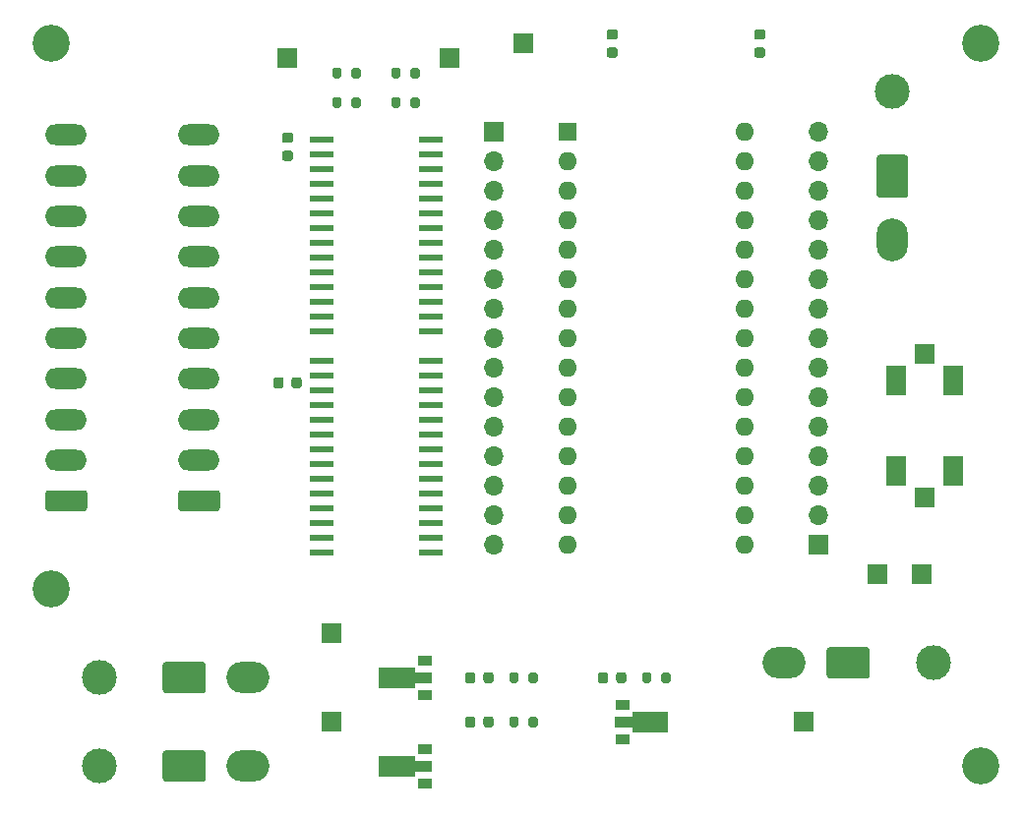
<source format=gts>
G04 #@! TF.GenerationSoftware,KiCad,Pcbnew,(5.1.10)-1*
G04 #@! TF.CreationDate,2021-12-04T11:06:55-08:00*
G04 #@! TF.ProjectId,fuelCellControl,6675656c-4365-46c6-9c43-6f6e74726f6c,rev?*
G04 #@! TF.SameCoordinates,Original*
G04 #@! TF.FileFunction,Soldermask,Top*
G04 #@! TF.FilePolarity,Negative*
%FSLAX46Y46*%
G04 Gerber Fmt 4.6, Leading zero omitted, Abs format (unit mm)*
G04 Created by KiCad (PCBNEW (5.1.10)-1) date 2021-12-04 11:06:55*
%MOMM*%
%LPD*%
G01*
G04 APERTURE LIST*
%ADD10O,1.600000X1.600000*%
%ADD11R,1.600000X1.600000*%
%ADD12C,0.100000*%
%ADD13R,1.300000X0.900000*%
%ADD14R,1.700000X1.700000*%
%ADD15C,3.200000*%
%ADD16R,2.000000X0.600000*%
%ADD17O,3.600000X1.800000*%
%ADD18C,3.000000*%
%ADD19O,3.700000X2.700000*%
%ADD20O,1.700000X1.700000*%
%ADD21O,2.700000X3.700000*%
%ADD22R,1.700000X2.660000*%
G04 APERTURE END LIST*
D10*
X130810000Y-109220000D03*
X115570000Y-109220000D03*
X130810000Y-73660000D03*
X115570000Y-106680000D03*
X130810000Y-76200000D03*
X115570000Y-104140000D03*
X130810000Y-78740000D03*
X115570000Y-101600000D03*
X130810000Y-81280000D03*
X115570000Y-99060000D03*
X130810000Y-83820000D03*
X115570000Y-96520000D03*
X130810000Y-86360000D03*
X115570000Y-93980000D03*
X130810000Y-88900000D03*
X115570000Y-91440000D03*
X130810000Y-91440000D03*
X115570000Y-88900000D03*
X130810000Y-93980000D03*
X115570000Y-86360000D03*
X130810000Y-96520000D03*
X115570000Y-83820000D03*
X130810000Y-99060000D03*
X115570000Y-81280000D03*
X130810000Y-101600000D03*
X115570000Y-78740000D03*
X130810000Y-104140000D03*
X115570000Y-76200000D03*
X130810000Y-106680000D03*
D11*
X115570000Y-73660000D03*
D12*
G36*
X124220000Y-125326500D02*
G01*
X121095000Y-125326500D01*
X121095000Y-124910000D01*
X119620000Y-124910000D01*
X119620000Y-124010000D01*
X121095000Y-124010000D01*
X121095000Y-123593500D01*
X124220000Y-123593500D01*
X124220000Y-125326500D01*
G37*
D13*
X120270000Y-125960000D03*
X120270000Y-122960000D03*
D12*
G36*
X99300000Y-127403500D02*
G01*
X102425000Y-127403500D01*
X102425000Y-127820000D01*
X103900000Y-127820000D01*
X103900000Y-128720000D01*
X102425000Y-128720000D01*
X102425000Y-129136500D01*
X99300000Y-129136500D01*
X99300000Y-127403500D01*
G37*
D13*
X103250000Y-126770000D03*
X103250000Y-129770000D03*
D12*
G36*
X99300000Y-119783500D02*
G01*
X102425000Y-119783500D01*
X102425000Y-120200000D01*
X103900000Y-120200000D01*
X103900000Y-121100000D01*
X102425000Y-121100000D01*
X102425000Y-121516500D01*
X99300000Y-121516500D01*
X99300000Y-119783500D01*
G37*
D13*
X103250000Y-119150000D03*
X103250000Y-122150000D03*
G36*
G01*
X123615000Y-120925000D02*
X123615000Y-120375000D01*
G75*
G02*
X123815000Y-120175000I200000J0D01*
G01*
X124215000Y-120175000D01*
G75*
G02*
X124415000Y-120375000I0J-200000D01*
G01*
X124415000Y-120925000D01*
G75*
G02*
X124215000Y-121125000I-200000J0D01*
G01*
X123815000Y-121125000D01*
G75*
G02*
X123615000Y-120925000I0J200000D01*
G01*
G37*
G36*
G01*
X121965000Y-120925000D02*
X121965000Y-120375000D01*
G75*
G02*
X122165000Y-120175000I200000J0D01*
G01*
X122565000Y-120175000D01*
G75*
G02*
X122765000Y-120375000I0J-200000D01*
G01*
X122765000Y-120925000D01*
G75*
G02*
X122565000Y-121125000I-200000J0D01*
G01*
X122165000Y-121125000D01*
G75*
G02*
X121965000Y-120925000I0J200000D01*
G01*
G37*
G36*
G01*
X112185000Y-124735000D02*
X112185000Y-124185000D01*
G75*
G02*
X112385000Y-123985000I200000J0D01*
G01*
X112785000Y-123985000D01*
G75*
G02*
X112985000Y-124185000I0J-200000D01*
G01*
X112985000Y-124735000D01*
G75*
G02*
X112785000Y-124935000I-200000J0D01*
G01*
X112385000Y-124935000D01*
G75*
G02*
X112185000Y-124735000I0J200000D01*
G01*
G37*
G36*
G01*
X110535000Y-124735000D02*
X110535000Y-124185000D01*
G75*
G02*
X110735000Y-123985000I200000J0D01*
G01*
X111135000Y-123985000D01*
G75*
G02*
X111335000Y-124185000I0J-200000D01*
G01*
X111335000Y-124735000D01*
G75*
G02*
X111135000Y-124935000I-200000J0D01*
G01*
X110735000Y-124935000D01*
G75*
G02*
X110535000Y-124735000I0J200000D01*
G01*
G37*
G36*
G01*
X112185000Y-120925000D02*
X112185000Y-120375000D01*
G75*
G02*
X112385000Y-120175000I200000J0D01*
G01*
X112785000Y-120175000D01*
G75*
G02*
X112985000Y-120375000I0J-200000D01*
G01*
X112985000Y-120925000D01*
G75*
G02*
X112785000Y-121125000I-200000J0D01*
G01*
X112385000Y-121125000D01*
G75*
G02*
X112185000Y-120925000I0J200000D01*
G01*
G37*
G36*
G01*
X110535000Y-120925000D02*
X110535000Y-120375000D01*
G75*
G02*
X110735000Y-120175000I200000J0D01*
G01*
X111135000Y-120175000D01*
G75*
G02*
X111335000Y-120375000I0J-200000D01*
G01*
X111335000Y-120925000D01*
G75*
G02*
X111135000Y-121125000I-200000J0D01*
G01*
X110735000Y-121125000D01*
G75*
G02*
X110535000Y-120925000I0J200000D01*
G01*
G37*
G36*
G01*
X119730000Y-120906250D02*
X119730000Y-120393750D01*
G75*
G02*
X119948750Y-120175000I218750J0D01*
G01*
X120386250Y-120175000D01*
G75*
G02*
X120605000Y-120393750I0J-218750D01*
G01*
X120605000Y-120906250D01*
G75*
G02*
X120386250Y-121125000I-218750J0D01*
G01*
X119948750Y-121125000D01*
G75*
G02*
X119730000Y-120906250I0J218750D01*
G01*
G37*
G36*
G01*
X118155000Y-120906250D02*
X118155000Y-120393750D01*
G75*
G02*
X118373750Y-120175000I218750J0D01*
G01*
X118811250Y-120175000D01*
G75*
G02*
X119030000Y-120393750I0J-218750D01*
G01*
X119030000Y-120906250D01*
G75*
G02*
X118811250Y-121125000I-218750J0D01*
G01*
X118373750Y-121125000D01*
G75*
G02*
X118155000Y-120906250I0J218750D01*
G01*
G37*
G36*
G01*
X108300000Y-124716250D02*
X108300000Y-124203750D01*
G75*
G02*
X108518750Y-123985000I218750J0D01*
G01*
X108956250Y-123985000D01*
G75*
G02*
X109175000Y-124203750I0J-218750D01*
G01*
X109175000Y-124716250D01*
G75*
G02*
X108956250Y-124935000I-218750J0D01*
G01*
X108518750Y-124935000D01*
G75*
G02*
X108300000Y-124716250I0J218750D01*
G01*
G37*
G36*
G01*
X106725000Y-124716250D02*
X106725000Y-124203750D01*
G75*
G02*
X106943750Y-123985000I218750J0D01*
G01*
X107381250Y-123985000D01*
G75*
G02*
X107600000Y-124203750I0J-218750D01*
G01*
X107600000Y-124716250D01*
G75*
G02*
X107381250Y-124935000I-218750J0D01*
G01*
X106943750Y-124935000D01*
G75*
G02*
X106725000Y-124716250I0J218750D01*
G01*
G37*
G36*
G01*
X108300000Y-120906250D02*
X108300000Y-120393750D01*
G75*
G02*
X108518750Y-120175000I218750J0D01*
G01*
X108956250Y-120175000D01*
G75*
G02*
X109175000Y-120393750I0J-218750D01*
G01*
X109175000Y-120906250D01*
G75*
G02*
X108956250Y-121125000I-218750J0D01*
G01*
X108518750Y-121125000D01*
G75*
G02*
X108300000Y-120906250I0J218750D01*
G01*
G37*
G36*
G01*
X106725000Y-120906250D02*
X106725000Y-120393750D01*
G75*
G02*
X106943750Y-120175000I218750J0D01*
G01*
X107381250Y-120175000D01*
G75*
G02*
X107600000Y-120393750I0J-218750D01*
G01*
X107600000Y-120906250D01*
G75*
G02*
X107381250Y-121125000I-218750J0D01*
G01*
X106943750Y-121125000D01*
G75*
G02*
X106725000Y-120906250I0J218750D01*
G01*
G37*
D14*
X105410000Y-67310000D03*
G36*
G01*
X102025000Y-68855000D02*
X102025000Y-68305000D01*
G75*
G02*
X102225000Y-68105000I200000J0D01*
G01*
X102625000Y-68105000D01*
G75*
G02*
X102825000Y-68305000I0J-200000D01*
G01*
X102825000Y-68855000D01*
G75*
G02*
X102625000Y-69055000I-200000J0D01*
G01*
X102225000Y-69055000D01*
G75*
G02*
X102025000Y-68855000I0J200000D01*
G01*
G37*
G36*
G01*
X100375000Y-68855000D02*
X100375000Y-68305000D01*
G75*
G02*
X100575000Y-68105000I200000J0D01*
G01*
X100975000Y-68105000D01*
G75*
G02*
X101175000Y-68305000I0J-200000D01*
G01*
X101175000Y-68855000D01*
G75*
G02*
X100975000Y-69055000I-200000J0D01*
G01*
X100575000Y-69055000D01*
G75*
G02*
X100375000Y-68855000I0J200000D01*
G01*
G37*
G36*
G01*
X101175000Y-70845000D02*
X101175000Y-71395000D01*
G75*
G02*
X100975000Y-71595000I-200000J0D01*
G01*
X100575000Y-71595000D01*
G75*
G02*
X100375000Y-71395000I0J200000D01*
G01*
X100375000Y-70845000D01*
G75*
G02*
X100575000Y-70645000I200000J0D01*
G01*
X100975000Y-70645000D01*
G75*
G02*
X101175000Y-70845000I0J-200000D01*
G01*
G37*
G36*
G01*
X102825000Y-70845000D02*
X102825000Y-71395000D01*
G75*
G02*
X102625000Y-71595000I-200000J0D01*
G01*
X102225000Y-71595000D01*
G75*
G02*
X102025000Y-71395000I0J200000D01*
G01*
X102025000Y-70845000D01*
G75*
G02*
X102225000Y-70645000I200000J0D01*
G01*
X102625000Y-70645000D01*
G75*
G02*
X102825000Y-70845000I0J-200000D01*
G01*
G37*
G36*
G01*
X96945000Y-68855000D02*
X96945000Y-68305000D01*
G75*
G02*
X97145000Y-68105000I200000J0D01*
G01*
X97545000Y-68105000D01*
G75*
G02*
X97745000Y-68305000I0J-200000D01*
G01*
X97745000Y-68855000D01*
G75*
G02*
X97545000Y-69055000I-200000J0D01*
G01*
X97145000Y-69055000D01*
G75*
G02*
X96945000Y-68855000I0J200000D01*
G01*
G37*
G36*
G01*
X95295000Y-68855000D02*
X95295000Y-68305000D01*
G75*
G02*
X95495000Y-68105000I200000J0D01*
G01*
X95895000Y-68105000D01*
G75*
G02*
X96095000Y-68305000I0J-200000D01*
G01*
X96095000Y-68855000D01*
G75*
G02*
X95895000Y-69055000I-200000J0D01*
G01*
X95495000Y-69055000D01*
G75*
G02*
X95295000Y-68855000I0J200000D01*
G01*
G37*
G36*
G01*
X96945000Y-71395000D02*
X96945000Y-70845000D01*
G75*
G02*
X97145000Y-70645000I200000J0D01*
G01*
X97545000Y-70645000D01*
G75*
G02*
X97745000Y-70845000I0J-200000D01*
G01*
X97745000Y-71395000D01*
G75*
G02*
X97545000Y-71595000I-200000J0D01*
G01*
X97145000Y-71595000D01*
G75*
G02*
X96945000Y-71395000I0J200000D01*
G01*
G37*
G36*
G01*
X95295000Y-71395000D02*
X95295000Y-70845000D01*
G75*
G02*
X95495000Y-70645000I200000J0D01*
G01*
X95895000Y-70645000D01*
G75*
G02*
X96095000Y-70845000I0J-200000D01*
G01*
X96095000Y-71395000D01*
G75*
G02*
X95895000Y-71595000I-200000J0D01*
G01*
X95495000Y-71595000D01*
G75*
G02*
X95295000Y-71395000I0J200000D01*
G01*
G37*
G36*
G01*
X91115000Y-95000000D02*
X91115000Y-95500000D01*
G75*
G02*
X90890000Y-95725000I-225000J0D01*
G01*
X90440000Y-95725000D01*
G75*
G02*
X90215000Y-95500000I0J225000D01*
G01*
X90215000Y-95000000D01*
G75*
G02*
X90440000Y-94775000I225000J0D01*
G01*
X90890000Y-94775000D01*
G75*
G02*
X91115000Y-95000000I0J-225000D01*
G01*
G37*
G36*
G01*
X92665000Y-95000000D02*
X92665000Y-95500000D01*
G75*
G02*
X92440000Y-95725000I-225000J0D01*
G01*
X91990000Y-95725000D01*
G75*
G02*
X91765000Y-95500000I0J225000D01*
G01*
X91765000Y-95000000D01*
G75*
G02*
X91990000Y-94775000I225000J0D01*
G01*
X92440000Y-94775000D01*
G75*
G02*
X92665000Y-95000000I0J-225000D01*
G01*
G37*
G36*
G01*
X91690000Y-74605000D02*
X91190000Y-74605000D01*
G75*
G02*
X90965000Y-74380000I0J225000D01*
G01*
X90965000Y-73930000D01*
G75*
G02*
X91190000Y-73705000I225000J0D01*
G01*
X91690000Y-73705000D01*
G75*
G02*
X91915000Y-73930000I0J-225000D01*
G01*
X91915000Y-74380000D01*
G75*
G02*
X91690000Y-74605000I-225000J0D01*
G01*
G37*
G36*
G01*
X91690000Y-76155000D02*
X91190000Y-76155000D01*
G75*
G02*
X90965000Y-75930000I0J225000D01*
G01*
X90965000Y-75480000D01*
G75*
G02*
X91190000Y-75255000I225000J0D01*
G01*
X91690000Y-75255000D01*
G75*
G02*
X91915000Y-75480000I0J-225000D01*
G01*
X91915000Y-75930000D01*
G75*
G02*
X91690000Y-76155000I-225000J0D01*
G01*
G37*
G36*
G01*
X119630000Y-65715000D02*
X119130000Y-65715000D01*
G75*
G02*
X118905000Y-65490000I0J225000D01*
G01*
X118905000Y-65040000D01*
G75*
G02*
X119130000Y-64815000I225000J0D01*
G01*
X119630000Y-64815000D01*
G75*
G02*
X119855000Y-65040000I0J-225000D01*
G01*
X119855000Y-65490000D01*
G75*
G02*
X119630000Y-65715000I-225000J0D01*
G01*
G37*
G36*
G01*
X119630000Y-67265000D02*
X119130000Y-67265000D01*
G75*
G02*
X118905000Y-67040000I0J225000D01*
G01*
X118905000Y-66590000D01*
G75*
G02*
X119130000Y-66365000I225000J0D01*
G01*
X119630000Y-66365000D01*
G75*
G02*
X119855000Y-66590000I0J-225000D01*
G01*
X119855000Y-67040000D01*
G75*
G02*
X119630000Y-67265000I-225000J0D01*
G01*
G37*
G36*
G01*
X132330000Y-65715000D02*
X131830000Y-65715000D01*
G75*
G02*
X131605000Y-65490000I0J225000D01*
G01*
X131605000Y-65040000D01*
G75*
G02*
X131830000Y-64815000I225000J0D01*
G01*
X132330000Y-64815000D01*
G75*
G02*
X132555000Y-65040000I0J-225000D01*
G01*
X132555000Y-65490000D01*
G75*
G02*
X132330000Y-65715000I-225000J0D01*
G01*
G37*
G36*
G01*
X132330000Y-67265000D02*
X131830000Y-67265000D01*
G75*
G02*
X131605000Y-67040000I0J225000D01*
G01*
X131605000Y-66590000D01*
G75*
G02*
X131830000Y-66365000I225000J0D01*
G01*
X132330000Y-66365000D01*
G75*
G02*
X132555000Y-66590000I0J-225000D01*
G01*
X132555000Y-67040000D01*
G75*
G02*
X132330000Y-67265000I-225000J0D01*
G01*
G37*
D15*
X71120000Y-113030000D03*
X151130000Y-128270000D03*
X151130000Y-66040000D03*
X71120000Y-66040000D03*
D14*
X91440000Y-67310000D03*
X135890000Y-124460000D03*
X111760000Y-66040000D03*
X142240000Y-111760000D03*
X95250000Y-116840000D03*
X146050000Y-111760000D03*
X95250000Y-124460000D03*
D16*
X103760000Y-74295000D03*
X103760000Y-75565000D03*
X103760000Y-76835000D03*
X103760000Y-78105000D03*
X103760000Y-79375000D03*
X103760000Y-80645000D03*
X103760000Y-81915000D03*
X103760000Y-83185000D03*
X103760000Y-84455000D03*
X103760000Y-85725000D03*
X103760000Y-86995000D03*
X103760000Y-88265000D03*
X103760000Y-89535000D03*
X103760000Y-90805000D03*
X94360000Y-90805000D03*
X94360000Y-89535000D03*
X94360000Y-88265000D03*
X94360000Y-86995000D03*
X94360000Y-85725000D03*
X94360000Y-84455000D03*
X94360000Y-83185000D03*
X94360000Y-81915000D03*
X94360000Y-80645000D03*
X94360000Y-79375000D03*
X94360000Y-78105000D03*
X94360000Y-76835000D03*
X94360000Y-75565000D03*
X94360000Y-74295000D03*
X103760000Y-93345000D03*
X103760000Y-94615000D03*
X103760000Y-95885000D03*
X103760000Y-97155000D03*
X103760000Y-98425000D03*
X103760000Y-99695000D03*
X103760000Y-100965000D03*
X103760000Y-102235000D03*
X103760000Y-103505000D03*
X103760000Y-104775000D03*
X103760000Y-106045000D03*
X103760000Y-107315000D03*
X103760000Y-108585000D03*
X103760000Y-109855000D03*
X94360000Y-109855000D03*
X94360000Y-108585000D03*
X94360000Y-107315000D03*
X94360000Y-106045000D03*
X94360000Y-104775000D03*
X94360000Y-103505000D03*
X94360000Y-102235000D03*
X94360000Y-100965000D03*
X94360000Y-99695000D03*
X94360000Y-98425000D03*
X94360000Y-97155000D03*
X94360000Y-95885000D03*
X94360000Y-94615000D03*
X94360000Y-93345000D03*
D17*
X72390000Y-73910000D03*
X72390000Y-77410000D03*
X72390000Y-80910000D03*
X72390000Y-84410000D03*
X72390000Y-87910000D03*
X72390000Y-91410000D03*
X72390000Y-94910000D03*
X72390000Y-98410000D03*
X72390000Y-101910000D03*
G36*
G01*
X73940000Y-106310000D02*
X70840000Y-106310000D01*
G75*
G02*
X70590000Y-106060000I0J250000D01*
G01*
X70590000Y-104760000D01*
G75*
G02*
X70840000Y-104510000I250000J0D01*
G01*
X73940000Y-104510000D01*
G75*
G02*
X74190000Y-104760000I0J-250000D01*
G01*
X74190000Y-106060000D01*
G75*
G02*
X73940000Y-106310000I-250000J0D01*
G01*
G37*
X83820000Y-73910000D03*
X83820000Y-77410000D03*
X83820000Y-80910000D03*
X83820000Y-84410000D03*
X83820000Y-87910000D03*
X83820000Y-91410000D03*
X83820000Y-94910000D03*
X83820000Y-98410000D03*
X83820000Y-101910000D03*
G36*
G01*
X85370000Y-106310000D02*
X82270000Y-106310000D01*
G75*
G02*
X82020000Y-106060000I0J250000D01*
G01*
X82020000Y-104760000D01*
G75*
G02*
X82270000Y-104510000I250000J0D01*
G01*
X85370000Y-104510000D01*
G75*
G02*
X85620000Y-104760000I0J-250000D01*
G01*
X85620000Y-106060000D01*
G75*
G02*
X85370000Y-106310000I-250000J0D01*
G01*
G37*
D18*
X147000000Y-119380000D03*
D19*
X134200000Y-119380000D03*
G36*
G01*
X138100001Y-118030000D02*
X141299999Y-118030000D01*
G75*
G02*
X141550000Y-118280001I0J-250001D01*
G01*
X141550000Y-120479999D01*
G75*
G02*
X141299999Y-120730000I-250001J0D01*
G01*
X138100001Y-120730000D01*
G75*
G02*
X137850000Y-120479999I0J250001D01*
G01*
X137850000Y-118280001D01*
G75*
G02*
X138100001Y-118030000I250001J0D01*
G01*
G37*
D20*
X137160000Y-73660000D03*
X137160000Y-76200000D03*
X137160000Y-78740000D03*
X137160000Y-81280000D03*
X137160000Y-83820000D03*
X137160000Y-86360000D03*
X137160000Y-88900000D03*
X137160000Y-91440000D03*
X137160000Y-93980000D03*
X137160000Y-96520000D03*
X137160000Y-99060000D03*
X137160000Y-101600000D03*
X137160000Y-104140000D03*
X137160000Y-106680000D03*
D14*
X137160000Y-109220000D03*
D18*
X75250000Y-120650000D03*
D19*
X88050000Y-120650000D03*
G36*
G01*
X84149999Y-122000000D02*
X80950001Y-122000000D01*
G75*
G02*
X80700000Y-121749999I0J250001D01*
G01*
X80700000Y-119550001D01*
G75*
G02*
X80950001Y-119300000I250001J0D01*
G01*
X84149999Y-119300000D01*
G75*
G02*
X84400000Y-119550001I0J-250001D01*
G01*
X84400000Y-121749999D01*
G75*
G02*
X84149999Y-122000000I-250001J0D01*
G01*
G37*
D18*
X75250000Y-128270000D03*
D19*
X88050000Y-128270000D03*
G36*
G01*
X84149999Y-129620000D02*
X80950001Y-129620000D01*
G75*
G02*
X80700000Y-129369999I0J250001D01*
G01*
X80700000Y-127170001D01*
G75*
G02*
X80950001Y-126920000I250001J0D01*
G01*
X84149999Y-126920000D01*
G75*
G02*
X84400000Y-127170001I0J-250001D01*
G01*
X84400000Y-129369999D01*
G75*
G02*
X84149999Y-129620000I-250001J0D01*
G01*
G37*
D20*
X109220000Y-109220000D03*
X109220000Y-106680000D03*
X109220000Y-104140000D03*
X109220000Y-101600000D03*
X109220000Y-99060000D03*
X109220000Y-96520000D03*
X109220000Y-93980000D03*
X109220000Y-91440000D03*
X109220000Y-88900000D03*
X109220000Y-86360000D03*
X109220000Y-83820000D03*
X109220000Y-81280000D03*
X109220000Y-78740000D03*
X109220000Y-76200000D03*
D14*
X109220000Y-73660000D03*
D18*
X143510000Y-70170000D03*
D21*
X143510000Y-82970000D03*
G36*
G01*
X142160000Y-79069999D02*
X142160000Y-75870001D01*
G75*
G02*
X142410001Y-75620000I250001J0D01*
G01*
X144609999Y-75620000D01*
G75*
G02*
X144860000Y-75870001I0J-250001D01*
G01*
X144860000Y-79069999D01*
G75*
G02*
X144609999Y-79320000I-250001J0D01*
G01*
X142410001Y-79320000D01*
G75*
G02*
X142160000Y-79069999I0J250001D01*
G01*
G37*
D14*
X146304000Y-92729000D03*
D22*
X143854000Y-95019000D03*
X148754000Y-95019000D03*
X143854000Y-102847000D03*
X148754000Y-102847000D03*
D14*
X146304000Y-105137000D03*
M02*

</source>
